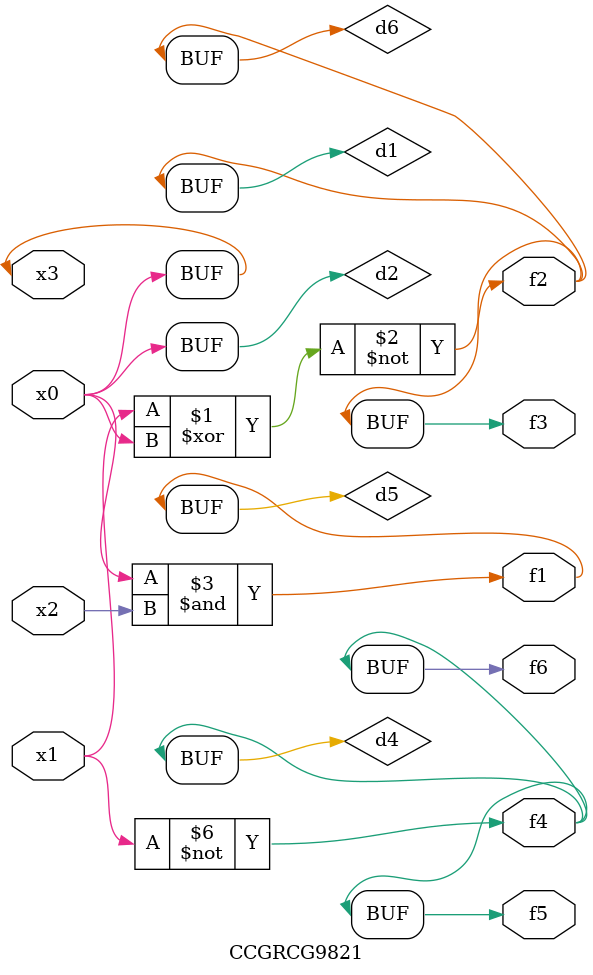
<source format=v>
module CCGRCG9821(
	input x0, x1, x2, x3,
	output f1, f2, f3, f4, f5, f6
);

	wire d1, d2, d3, d4, d5, d6;

	xnor (d1, x1, x3);
	buf (d2, x0, x3);
	nand (d3, x0, x2);
	not (d4, x1);
	nand (d5, d3);
	or (d6, d1);
	assign f1 = d5;
	assign f2 = d6;
	assign f3 = d6;
	assign f4 = d4;
	assign f5 = d4;
	assign f6 = d4;
endmodule

</source>
